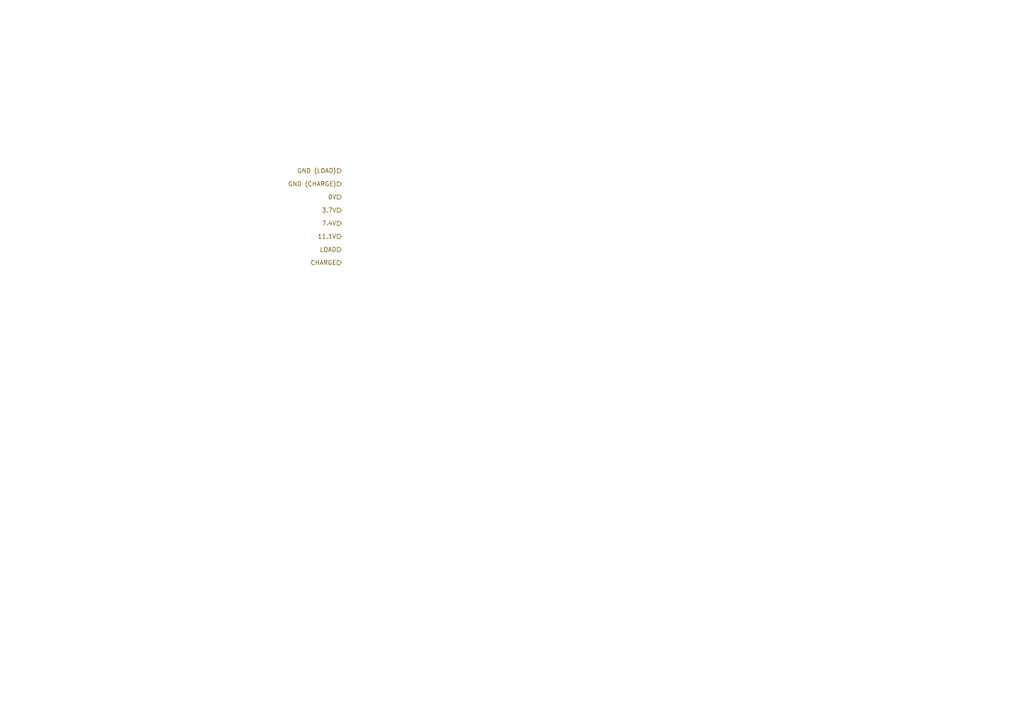
<source format=kicad_sch>
(kicad_sch
	(version 20250114)
	(generator "eeschema")
	(generator_version "9.0")
	(uuid "e98a479d-7137-40bf-aed5-a4d8965a6431")
	(paper "A4")
	(lib_symbols)
	(hierarchical_label "3.7V"
		(shape input)
		(at 99.06 60.96 180)
		(effects
			(font
				(size 1.27 1.27)
			)
			(justify right)
		)
		(uuid "5eedbca7-d8dd-4f7e-81f7-3daebaba7d90")
	)
	(hierarchical_label "LOAD"
		(shape input)
		(at 99.06 72.39 180)
		(effects
			(font
				(size 1.27 1.27)
			)
			(justify right)
		)
		(uuid "6b49a526-8301-4f8a-a766-eb04771c3fae")
	)
	(hierarchical_label "7.4V"
		(shape input)
		(at 99.06 64.77 180)
		(effects
			(font
				(size 1.27 1.27)
			)
			(justify right)
		)
		(uuid "6e452771-538e-4482-b32f-9d0560ff3575")
	)
	(hierarchical_label "0V"
		(shape input)
		(at 99.06 57.15 180)
		(effects
			(font
				(size 1.27 1.27)
			)
			(justify right)
		)
		(uuid "78846820-e3ae-4a38-bafb-28ab717fc792")
	)
	(hierarchical_label "11.1V"
		(shape input)
		(at 99.06 68.58 180)
		(effects
			(font
				(size 1.27 1.27)
			)
			(justify right)
		)
		(uuid "8860011f-a033-4ba7-a0bf-549aca43318f")
	)
	(hierarchical_label "GND (CHARGE)"
		(shape input)
		(at 99.06 53.34 180)
		(effects
			(font
				(size 1.27 1.27)
			)
			(justify right)
		)
		(uuid "8f74fa38-86cb-4849-abc1-e6e1a87abb1e")
	)
	(hierarchical_label "CHARGE"
		(shape input)
		(at 99.06 76.2 180)
		(effects
			(font
				(size 1.27 1.27)
			)
			(justify right)
		)
		(uuid "b86e1760-565e-4a98-bc6f-b4966e77cfbd")
	)
	(hierarchical_label "GND (LOAD)"
		(shape input)
		(at 99.06 49.53 180)
		(effects
			(font
				(size 1.27 1.27)
			)
			(justify right)
		)
		(uuid "b88bffb8-99e6-42c5-90ee-e9c24ab74aab")
	)
)

</source>
